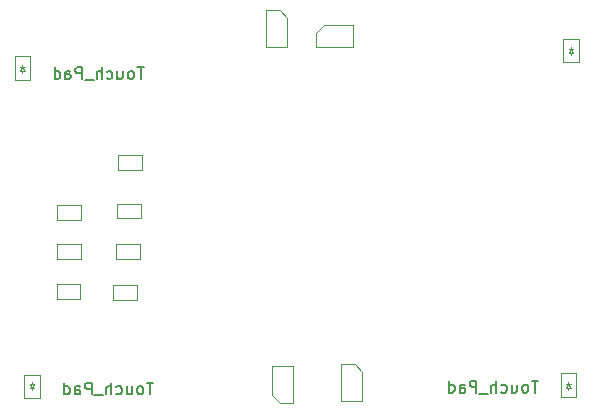
<source format=gbr>
G04 #@! TF.GenerationSoftware,KiCad,Pcbnew,5.1.6-c6e7f7d~87~ubuntu18.04.1*
G04 #@! TF.CreationDate,2020-10-14T05:15:15+05:30*
G04 #@! TF.ProjectId,FrontEnd_4S,46726f6e-7445-46e6-945f-34532e6b6963,rev?*
G04 #@! TF.SameCoordinates,Original*
G04 #@! TF.FileFunction,Other,Fab,Bot*
%FSLAX46Y46*%
G04 Gerber Fmt 4.6, Leading zero omitted, Abs format (unit mm)*
G04 Created by KiCad (PCBNEW 5.1.6-c6e7f7d~87~ubuntu18.04.1) date 2020-10-14 05:15:15*
%MOMM*%
%LPD*%
G01*
G04 APERTURE LIST*
%ADD10C,0.100000*%
%ADD11C,0.150000*%
G04 APERTURE END LIST*
D10*
X103557000Y-86093500D02*
X105557000Y-86093500D01*
X105557000Y-86093500D02*
X105557000Y-84853500D01*
X105557000Y-84853500D02*
X103557000Y-84853500D01*
X103557000Y-84853500D02*
X103557000Y-86093500D01*
X141031000Y-103353000D02*
X141031000Y-105353000D01*
X141031000Y-105353000D02*
X142331000Y-105353000D01*
X142331000Y-105353000D02*
X142331000Y-103353000D01*
X142331000Y-103353000D02*
X141031000Y-103353000D01*
X141481000Y-104553000D02*
X141681000Y-104253000D01*
X141681000Y-104253000D02*
X141881000Y-104553000D01*
X141881000Y-104553000D02*
X141481000Y-104553000D01*
X141481000Y-104253000D02*
X141881000Y-104253000D01*
X141681000Y-104253000D02*
X141681000Y-104053000D01*
X141681000Y-104553000D02*
X141681000Y-104753000D01*
X141260000Y-75014600D02*
X141260000Y-77014600D01*
X141260000Y-77014600D02*
X142560000Y-77014600D01*
X142560000Y-77014600D02*
X142560000Y-75014600D01*
X142560000Y-75014600D02*
X141260000Y-75014600D01*
X141710000Y-76214600D02*
X141910000Y-75914600D01*
X141910000Y-75914600D02*
X142110000Y-76214600D01*
X142110000Y-76214600D02*
X141710000Y-76214600D01*
X141710000Y-75914600D02*
X142110000Y-75914600D01*
X141910000Y-75914600D02*
X141910000Y-75714600D01*
X141910000Y-76214600D02*
X141910000Y-76414600D01*
X96921100Y-105465000D02*
X96921100Y-103465000D01*
X96921100Y-103465000D02*
X95621100Y-103465000D01*
X95621100Y-103465000D02*
X95621100Y-105465000D01*
X95621100Y-105465000D02*
X96921100Y-105465000D01*
X96471100Y-104265000D02*
X96271100Y-104565000D01*
X96271100Y-104565000D02*
X96071100Y-104265000D01*
X96071100Y-104265000D02*
X96471100Y-104265000D01*
X96471100Y-104565000D02*
X96071100Y-104565000D01*
X96271100Y-104565000D02*
X96271100Y-104765000D01*
X96271100Y-104265000D02*
X96271100Y-104065000D01*
X94803200Y-76518200D02*
X94803200Y-78518200D01*
X94803200Y-78518200D02*
X96103200Y-78518200D01*
X96103200Y-78518200D02*
X96103200Y-76518200D01*
X96103200Y-76518200D02*
X94803200Y-76518200D01*
X95253200Y-77718200D02*
X95453200Y-77418200D01*
X95453200Y-77418200D02*
X95653200Y-77718200D01*
X95653200Y-77718200D02*
X95253200Y-77718200D01*
X95253200Y-77418200D02*
X95653200Y-77418200D01*
X95453200Y-77418200D02*
X95453200Y-77218200D01*
X95453200Y-77718200D02*
X95453200Y-77918200D01*
X105121000Y-97132400D02*
X105121000Y-95892400D01*
X103121000Y-97132400D02*
X105121000Y-97132400D01*
X103121000Y-95892400D02*
X103121000Y-97132400D01*
X105121000Y-95892400D02*
X103121000Y-95892400D01*
X100380000Y-93663000D02*
X100380000Y-92423000D01*
X98380000Y-93663000D02*
X100380000Y-93663000D01*
X98380000Y-92423000D02*
X98380000Y-93663000D01*
X100380000Y-92423000D02*
X98380000Y-92423000D01*
X100420700Y-89095000D02*
X98420700Y-89095000D01*
X98420700Y-89095000D02*
X98420700Y-90335000D01*
X98420700Y-90335000D02*
X100420700Y-90335000D01*
X100420700Y-90335000D02*
X100420700Y-89095000D01*
X100347000Y-97043500D02*
X100347000Y-95803500D01*
X98347000Y-97043500D02*
X100347000Y-97043500D01*
X98347000Y-95803500D02*
X98347000Y-97043500D01*
X100347000Y-95803500D02*
X98347000Y-95803500D01*
X105394000Y-92404600D02*
X103394000Y-92404600D01*
X103394000Y-92404600D02*
X103394000Y-93644600D01*
X103394000Y-93644600D02*
X105394000Y-93644600D01*
X105394000Y-93644600D02*
X105394000Y-92404600D01*
X105498000Y-90228600D02*
X105498000Y-88988600D01*
X103498000Y-90228600D02*
X105498000Y-90228600D01*
X103498000Y-88988600D02*
X103498000Y-90228600D01*
X105498000Y-88988600D02*
X103498000Y-88988600D01*
X117892000Y-73235000D02*
X117242000Y-72585000D01*
X116092000Y-72585000D02*
X117242000Y-72585000D01*
X117892000Y-73235000D02*
X117892000Y-75685000D01*
X116092000Y-75685000D02*
X117892000Y-75685000D01*
X116092000Y-72585000D02*
X116092000Y-75685000D01*
X120309000Y-75685200D02*
X123409000Y-75685200D01*
X123409000Y-75685200D02*
X123409000Y-73885200D01*
X120959000Y-73885200D02*
X123409000Y-73885200D01*
X120309000Y-75685200D02*
X120309000Y-74535200D01*
X120959000Y-73885200D02*
X120309000Y-74535200D01*
X124225000Y-103232000D02*
X123575000Y-102582000D01*
X122425000Y-102582000D02*
X123575000Y-102582000D01*
X124225000Y-103232000D02*
X124225000Y-105682000D01*
X122425000Y-105682000D02*
X124225000Y-105682000D01*
X122425000Y-102582000D02*
X122425000Y-105682000D01*
X118372000Y-105820000D02*
X118372000Y-102720000D01*
X118372000Y-102720000D02*
X116572000Y-102720000D01*
X116572000Y-105170000D02*
X116572000Y-102720000D01*
X118372000Y-105820000D02*
X117222000Y-105820000D01*
X116572000Y-105170000D02*
X117222000Y-105820000D01*
D11*
X105742142Y-77412180D02*
X105170714Y-77412180D01*
X105456428Y-78412180D02*
X105456428Y-77412180D01*
X104694523Y-78412180D02*
X104789761Y-78364561D01*
X104837380Y-78316942D01*
X104885000Y-78221704D01*
X104885000Y-77935990D01*
X104837380Y-77840752D01*
X104789761Y-77793133D01*
X104694523Y-77745514D01*
X104551666Y-77745514D01*
X104456428Y-77793133D01*
X104408809Y-77840752D01*
X104361190Y-77935990D01*
X104361190Y-78221704D01*
X104408809Y-78316942D01*
X104456428Y-78364561D01*
X104551666Y-78412180D01*
X104694523Y-78412180D01*
X103504047Y-77745514D02*
X103504047Y-78412180D01*
X103932619Y-77745514D02*
X103932619Y-78269323D01*
X103885000Y-78364561D01*
X103789761Y-78412180D01*
X103646904Y-78412180D01*
X103551666Y-78364561D01*
X103504047Y-78316942D01*
X102599285Y-78364561D02*
X102694523Y-78412180D01*
X102885000Y-78412180D01*
X102980238Y-78364561D01*
X103027857Y-78316942D01*
X103075476Y-78221704D01*
X103075476Y-77935990D01*
X103027857Y-77840752D01*
X102980238Y-77793133D01*
X102885000Y-77745514D01*
X102694523Y-77745514D01*
X102599285Y-77793133D01*
X102170714Y-78412180D02*
X102170714Y-77412180D01*
X101742142Y-78412180D02*
X101742142Y-77888371D01*
X101789761Y-77793133D01*
X101885000Y-77745514D01*
X102027857Y-77745514D01*
X102123095Y-77793133D01*
X102170714Y-77840752D01*
X101504047Y-78507419D02*
X100742142Y-78507419D01*
X100504047Y-78412180D02*
X100504047Y-77412180D01*
X100123095Y-77412180D01*
X100027857Y-77459800D01*
X99980238Y-77507419D01*
X99932619Y-77602657D01*
X99932619Y-77745514D01*
X99980238Y-77840752D01*
X100027857Y-77888371D01*
X100123095Y-77935990D01*
X100504047Y-77935990D01*
X99075476Y-78412180D02*
X99075476Y-77888371D01*
X99123095Y-77793133D01*
X99218333Y-77745514D01*
X99408809Y-77745514D01*
X99504047Y-77793133D01*
X99075476Y-78364561D02*
X99170714Y-78412180D01*
X99408809Y-78412180D01*
X99504047Y-78364561D01*
X99551666Y-78269323D01*
X99551666Y-78174085D01*
X99504047Y-78078847D01*
X99408809Y-78031228D01*
X99170714Y-78031228D01*
X99075476Y-77983609D01*
X98170714Y-78412180D02*
X98170714Y-77412180D01*
X98170714Y-78364561D02*
X98265952Y-78412180D01*
X98456428Y-78412180D01*
X98551666Y-78364561D01*
X98599285Y-78316942D01*
X98646904Y-78221704D01*
X98646904Y-77935990D01*
X98599285Y-77840752D01*
X98551666Y-77793133D01*
X98456428Y-77745514D01*
X98265952Y-77745514D01*
X98170714Y-77793133D01*
X106547142Y-104125380D02*
X105975714Y-104125380D01*
X106261428Y-105125380D02*
X106261428Y-104125380D01*
X105499523Y-105125380D02*
X105594761Y-105077761D01*
X105642380Y-105030142D01*
X105690000Y-104934904D01*
X105690000Y-104649190D01*
X105642380Y-104553952D01*
X105594761Y-104506333D01*
X105499523Y-104458714D01*
X105356666Y-104458714D01*
X105261428Y-104506333D01*
X105213809Y-104553952D01*
X105166190Y-104649190D01*
X105166190Y-104934904D01*
X105213809Y-105030142D01*
X105261428Y-105077761D01*
X105356666Y-105125380D01*
X105499523Y-105125380D01*
X104309047Y-104458714D02*
X104309047Y-105125380D01*
X104737619Y-104458714D02*
X104737619Y-104982523D01*
X104690000Y-105077761D01*
X104594761Y-105125380D01*
X104451904Y-105125380D01*
X104356666Y-105077761D01*
X104309047Y-105030142D01*
X103404285Y-105077761D02*
X103499523Y-105125380D01*
X103690000Y-105125380D01*
X103785238Y-105077761D01*
X103832857Y-105030142D01*
X103880476Y-104934904D01*
X103880476Y-104649190D01*
X103832857Y-104553952D01*
X103785238Y-104506333D01*
X103690000Y-104458714D01*
X103499523Y-104458714D01*
X103404285Y-104506333D01*
X102975714Y-105125380D02*
X102975714Y-104125380D01*
X102547142Y-105125380D02*
X102547142Y-104601571D01*
X102594761Y-104506333D01*
X102690000Y-104458714D01*
X102832857Y-104458714D01*
X102928095Y-104506333D01*
X102975714Y-104553952D01*
X102309047Y-105220619D02*
X101547142Y-105220619D01*
X101309047Y-105125380D02*
X101309047Y-104125380D01*
X100928095Y-104125380D01*
X100832857Y-104173000D01*
X100785238Y-104220619D01*
X100737619Y-104315857D01*
X100737619Y-104458714D01*
X100785238Y-104553952D01*
X100832857Y-104601571D01*
X100928095Y-104649190D01*
X101309047Y-104649190D01*
X99880476Y-105125380D02*
X99880476Y-104601571D01*
X99928095Y-104506333D01*
X100023333Y-104458714D01*
X100213809Y-104458714D01*
X100309047Y-104506333D01*
X99880476Y-105077761D02*
X99975714Y-105125380D01*
X100213809Y-105125380D01*
X100309047Y-105077761D01*
X100356666Y-104982523D01*
X100356666Y-104887285D01*
X100309047Y-104792047D01*
X100213809Y-104744428D01*
X99975714Y-104744428D01*
X99880476Y-104696809D01*
X98975714Y-105125380D02*
X98975714Y-104125380D01*
X98975714Y-105077761D02*
X99070952Y-105125380D01*
X99261428Y-105125380D01*
X99356666Y-105077761D01*
X99404285Y-105030142D01*
X99451904Y-104934904D01*
X99451904Y-104649190D01*
X99404285Y-104553952D01*
X99356666Y-104506333D01*
X99261428Y-104458714D01*
X99070952Y-104458714D01*
X98975714Y-104506333D01*
X139137142Y-103970380D02*
X138565714Y-103970380D01*
X138851428Y-104970380D02*
X138851428Y-103970380D01*
X138089523Y-104970380D02*
X138184761Y-104922761D01*
X138232380Y-104875142D01*
X138280000Y-104779904D01*
X138280000Y-104494190D01*
X138232380Y-104398952D01*
X138184761Y-104351333D01*
X138089523Y-104303714D01*
X137946666Y-104303714D01*
X137851428Y-104351333D01*
X137803809Y-104398952D01*
X137756190Y-104494190D01*
X137756190Y-104779904D01*
X137803809Y-104875142D01*
X137851428Y-104922761D01*
X137946666Y-104970380D01*
X138089523Y-104970380D01*
X136899047Y-104303714D02*
X136899047Y-104970380D01*
X137327619Y-104303714D02*
X137327619Y-104827523D01*
X137280000Y-104922761D01*
X137184761Y-104970380D01*
X137041904Y-104970380D01*
X136946666Y-104922761D01*
X136899047Y-104875142D01*
X135994285Y-104922761D02*
X136089523Y-104970380D01*
X136280000Y-104970380D01*
X136375238Y-104922761D01*
X136422857Y-104875142D01*
X136470476Y-104779904D01*
X136470476Y-104494190D01*
X136422857Y-104398952D01*
X136375238Y-104351333D01*
X136280000Y-104303714D01*
X136089523Y-104303714D01*
X135994285Y-104351333D01*
X135565714Y-104970380D02*
X135565714Y-103970380D01*
X135137142Y-104970380D02*
X135137142Y-104446571D01*
X135184761Y-104351333D01*
X135280000Y-104303714D01*
X135422857Y-104303714D01*
X135518095Y-104351333D01*
X135565714Y-104398952D01*
X134899047Y-105065619D02*
X134137142Y-105065619D01*
X133899047Y-104970380D02*
X133899047Y-103970380D01*
X133518095Y-103970380D01*
X133422857Y-104018000D01*
X133375238Y-104065619D01*
X133327619Y-104160857D01*
X133327619Y-104303714D01*
X133375238Y-104398952D01*
X133422857Y-104446571D01*
X133518095Y-104494190D01*
X133899047Y-104494190D01*
X132470476Y-104970380D02*
X132470476Y-104446571D01*
X132518095Y-104351333D01*
X132613333Y-104303714D01*
X132803809Y-104303714D01*
X132899047Y-104351333D01*
X132470476Y-104922761D02*
X132565714Y-104970380D01*
X132803809Y-104970380D01*
X132899047Y-104922761D01*
X132946666Y-104827523D01*
X132946666Y-104732285D01*
X132899047Y-104637047D01*
X132803809Y-104589428D01*
X132565714Y-104589428D01*
X132470476Y-104541809D01*
X131565714Y-104970380D02*
X131565714Y-103970380D01*
X131565714Y-104922761D02*
X131660952Y-104970380D01*
X131851428Y-104970380D01*
X131946666Y-104922761D01*
X131994285Y-104875142D01*
X132041904Y-104779904D01*
X132041904Y-104494190D01*
X131994285Y-104398952D01*
X131946666Y-104351333D01*
X131851428Y-104303714D01*
X131660952Y-104303714D01*
X131565714Y-104351333D01*
M02*

</source>
